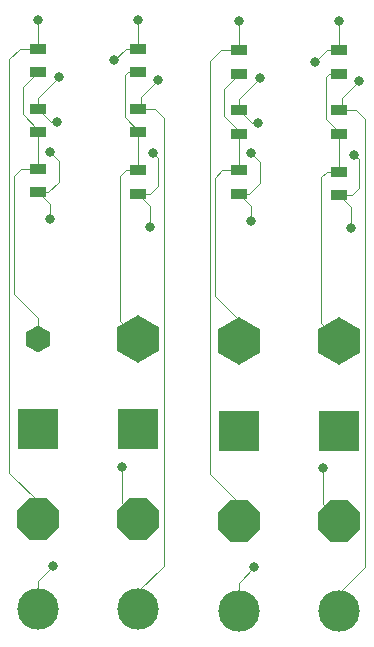
<source format=gbr>
G04 DesignSpark PCB Gerber Version 11.0 Build 5877*
G04 #@! TF.Part,Single*
G04 #@! TF.FileFunction,Copper,L2,Bot*
G04 #@! TF.FilePolarity,Positive*
%FSLAX35Y35*%
%MOIN*%
G04 #@! TA.AperFunction,ViaPad*
%AMT26*0 Hexagon Pad at angle 0*4,1,6,-0.03937,-0.02273,-0.03937,0.02273,0.00001,0.04546,0.03937,0.02273,0.03937,-0.02273,0.00001,-0.04546,-0.03937,-0.02273,0*%
%ADD26T26*%
%AMT27*0 Hexagon Pad at angle 0*4,1,6,-0.06890,-0.03978,-0.06890,0.03978,0.00001,0.07956,0.06890,0.03978,0.06890,-0.03978,0.00001,-0.07956,-0.06890,-0.03978,0*%
%ADD27T27*%
%AMT24*0 Octagon Pad at angle 0*4,1,8,-0.02854,-0.06890,0.02854,-0.06890,0.06890,-0.02854,0.06890,0.02854,0.02854,0.06890,-0.02854,0.06890,-0.06890,0.02854,-0.06890,-0.02854,-0.02854,-0.06890,0*%
%ADD24T24*%
%ADD28R,0.13780X0.13780*%
G04 #@! TD.AperFunction*
%ADD23C,0.00200*%
G04 #@! TA.AperFunction,ViaPad*
%ADD11C,0.03200*%
%ADD25C,0.13780*%
G04 #@! TA.AperFunction,SMDPad,CuDef*
%ADD77R,0.05709X0.03740*%
G04 #@! TD.AperFunction*
X0Y0D02*
D02*
D11*
X12219Y259831D03*
X16219Y193331D03*
Y215831D03*
X17250Y77831D03*
X18750Y225831D03*
X19219Y240831D03*
X37750Y246331D03*
X40250Y110831D03*
X45750Y259831D03*
X49750Y190831D03*
X50750Y215331D03*
X52250Y239831D03*
X79250Y259331D03*
X83250Y192831D03*
Y215331D03*
X84281Y77331D03*
X85781Y225331D03*
X86250Y240331D03*
X104781Y245831D03*
X107281Y110331D03*
X112781Y259331D03*
X116781Y190331D03*
X117781Y214831D03*
X119281Y239331D03*
D02*
D23*
X12219Y63331D02*
Y72799D01*
X17250Y77831D01*
X12219Y93331D02*
Y99331D01*
X2719Y108831D01*
Y246768D01*
X6219Y250268D01*
X12219D01*
Y153331D02*
Y160331D01*
X4219Y168331D01*
Y207768D01*
X6719Y210268D01*
X12219D01*
Y202394D02*
X15781D01*
X19219Y205831D01*
Y212831D01*
X16219Y215831D01*
X12219Y210268D02*
Y216831D01*
X12250D01*
Y222394D01*
X12219Y259831D02*
Y250268D01*
X12250Y222394D02*
Y223299D01*
X7219Y228331D01*
Y237394D01*
X12219Y242394D01*
X12250Y230268D02*
Y233862D01*
X19219Y240831D01*
X16219Y193331D02*
Y198394D01*
X12219Y202394D01*
X18750Y225831D02*
X16687D01*
X12250Y230268D01*
X37750Y246331D02*
X41687Y250268D01*
X45750D01*
Y63331D02*
Y69331D01*
X54250Y77831D01*
Y227268D01*
X51250Y230268D01*
X45750D01*
Y93331D02*
X40250Y98831D01*
Y110831D01*
X45750Y201894D02*
X49813D01*
X52250Y204331D01*
Y213831D01*
X50750Y215331D01*
X45750Y209768D02*
Y222394D01*
Y209768D02*
X41687D01*
X39750Y207831D01*
Y159331D01*
X45750Y153331D01*
Y222394D02*
Y222831D01*
X41250Y227331D01*
Y241394D01*
X42250Y242394D01*
X45750D01*
Y230268D02*
X46687D01*
Y234268D01*
X52250Y239831D01*
X45750Y250268D02*
Y259831D01*
X49750Y190831D02*
Y197894D01*
X45750Y201894D01*
X79250Y62831D02*
Y72299D01*
X84281Y77331D01*
X79250Y92831D02*
Y98831D01*
X69750Y108331D01*
Y246268D01*
X73250Y249768D01*
X79250D01*
Y152831D02*
Y159831D01*
X71250Y167831D01*
Y207268D01*
X73750Y209768D01*
X79250D01*
Y201894D02*
X82813D01*
X86250Y205331D01*
Y212331D01*
X83250Y215331D01*
X79250Y209768D02*
Y216331D01*
X79281D01*
Y221894D01*
X79250Y259331D02*
Y249768D01*
X79281Y221894D02*
Y222799D01*
X74250Y227831D01*
Y236894D01*
X79250Y241894D01*
X79281Y229768D02*
Y233362D01*
X86250Y240331D01*
X83250Y192831D02*
Y197894D01*
X79250Y201894D01*
X85781Y225331D02*
X83719D01*
X79281Y229768D01*
X104781Y245831D02*
X108719Y249768D01*
X112781D01*
Y62831D02*
Y68831D01*
X121281Y77331D01*
Y226768D01*
X118281Y229768D01*
X112781D01*
Y92831D02*
X107281Y98331D01*
Y110331D01*
X112781Y201394D02*
X116844D01*
X119281Y203831D01*
Y213331D01*
X117781Y214831D01*
X112781Y209268D02*
Y221894D01*
Y209268D02*
X108719D01*
X106781Y207331D01*
Y158831D01*
X112781Y152831D01*
Y221894D02*
Y222331D01*
X108281Y226831D01*
Y240894D01*
X109281Y241894D01*
X112781D01*
Y229768D02*
X113719D01*
Y233768D01*
X119281Y239331D01*
X112781Y249768D02*
Y259331D01*
X116781Y190331D02*
Y197394D01*
X112781Y201394D01*
D02*
D24*
X12219Y93331D03*
X45750D03*
X79250Y92831D03*
X112781D03*
D02*
D25*
X12219Y63331D03*
X45750D03*
X79250Y62831D03*
X112781D03*
D02*
D26*
X12219Y153331D03*
D02*
D27*
X45750D03*
X79250Y152831D03*
X112781D03*
D02*
D28*
X12250Y123331D03*
X45750D03*
X79281Y122831D03*
X112781D03*
D02*
D77*
X12219Y202394D03*
Y210268D03*
Y242394D03*
Y250268D03*
X12250Y222394D03*
Y230268D03*
X45750Y201894D03*
Y209768D03*
Y222394D03*
Y230268D03*
Y242394D03*
Y250268D03*
X79250Y201894D03*
Y209768D03*
Y241894D03*
Y249768D03*
X79281Y221894D03*
Y229768D03*
X112781Y201394D03*
Y209268D03*
Y221894D03*
Y229768D03*
Y241894D03*
Y249768D03*
X0Y0D02*
M02*

</source>
